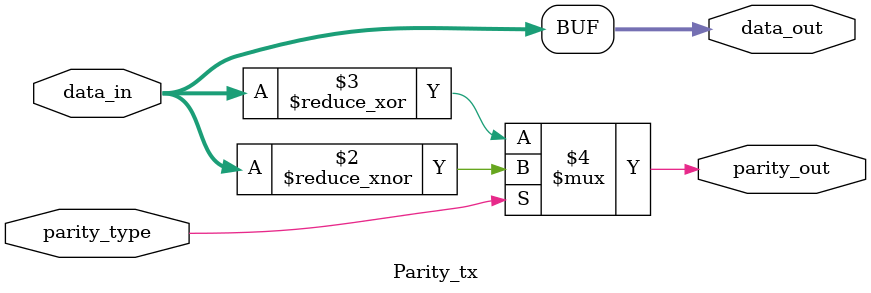
<source format=v>
`timescale 1ns / 1ps

module Parity_tx(
    input  wire [7:0] data_in, // 8-bit input data
    input  wire       parity_type, // 0 = even parity, 1 = odd parity
    output wire [7:0] data_out, // 8-bit output (same as input)
    output wire       parity_out // parity bit output
);

assign data_out   = data_in;
assign parity_out = (parity_type == 1'b1) ? ~^data_in : ^data_in; // Odd parity: ~^data_in, Even parity: ^data_in

endmodule

</source>
